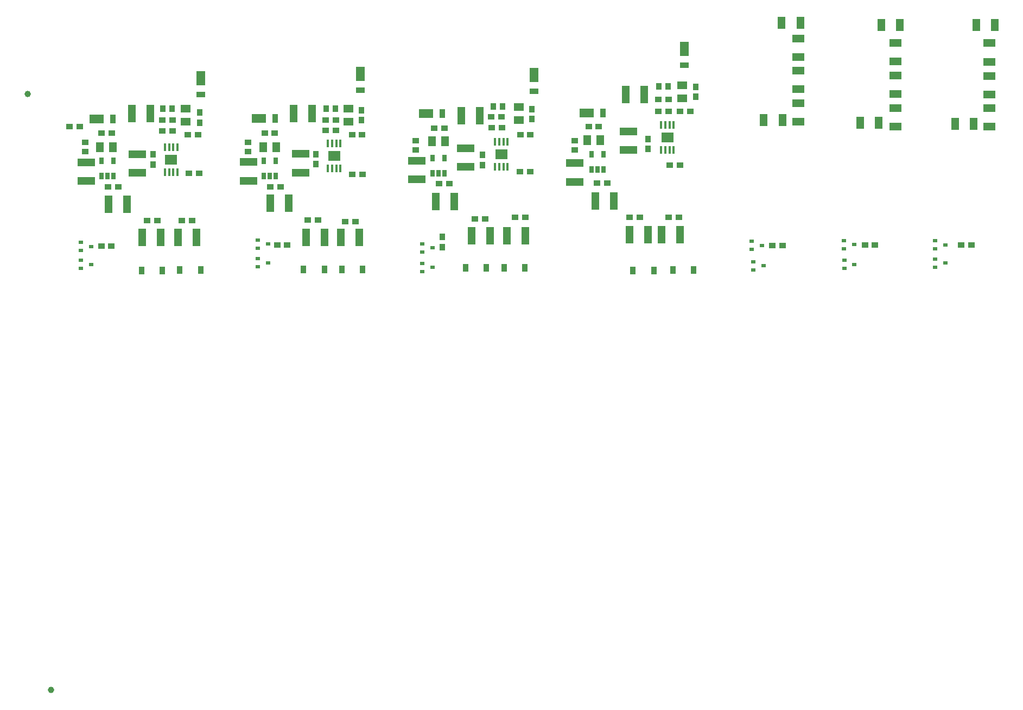
<source format=gbr>
%TF.GenerationSoftware,KiCad,Pcbnew,(5.99.0-10177-gd878cbddbc)*%
%TF.CreationDate,2021-05-19T16:56:41+02:00*%
%TF.ProjectId,PowerMeterDeng,506f7765-724d-4657-9465-7244656e672e,rev?*%
%TF.SameCoordinates,Original*%
%TF.FileFunction,Paste,Bot*%
%TF.FilePolarity,Positive*%
%FSLAX46Y46*%
G04 Gerber Fmt 4.6, Leading zero omitted, Abs format (unit mm)*
G04 Created by KiCad (PCBNEW (5.99.0-10177-gd878cbddbc)) date 2021-05-19 16:56:41*
%MOMM*%
%LPD*%
G01*
G04 APERTURE LIST*
%ADD10R,1.828800X1.295400*%
%ADD11R,0.990600X0.939800*%
%ADD12R,1.295400X1.828800*%
%ADD13R,0.914400X1.219200*%
%ADD14R,0.787400X0.584200*%
%ADD15R,2.692400X1.295400*%
%ADD16R,1.600200X1.270000*%
%ADD17R,1.295400X2.692400*%
%ADD18R,0.635000X1.092200*%
%ADD19R,1.397000X2.184400*%
%ADD20R,1.397000X0.889000*%
%ADD21R,2.184400X1.397000*%
%ADD22R,0.889000X1.397000*%
%ADD23R,0.939800X0.990600*%
%ADD24R,1.270000X1.600200*%
%ADD25R,0.381000X1.270000*%
%ADD26R,1.905000X1.524000*%
%ADD27C,0.990600*%
G04 APERTURE END LIST*
D10*
%TO.C,R67*%
X201101800Y-24841200D03*
X201101800Y-27736800D03*
%TD*%
%TO.C,R90*%
X230870600Y-25577800D03*
X230870600Y-28473400D03*
%TD*%
D11*
%TO.C,C150*%
X93380400Y-48006000D03*
X94955200Y-48006000D03*
%TD*%
D12*
%TO.C,FB9*%
X198485600Y-22402800D03*
X201381200Y-22402800D03*
%TD*%
D13*
%TO.C,D39*%
X123885800Y-60883800D03*
X127137000Y-60883800D03*
%TD*%
D14*
%TO.C,D19*%
X194091400Y-60934600D03*
X194091400Y-59664600D03*
X195666200Y-60299600D03*
%TD*%
D11*
%TO.C,C120*%
X144307400Y-38862000D03*
X145882200Y-38862000D03*
%TD*%
%TO.C,C125*%
X130388200Y-53441600D03*
X131963000Y-53441600D03*
%TD*%
%TO.C,R104*%
X103464200Y-37592000D03*
X101889400Y-37592000D03*
%TD*%
%TO.C,R101*%
X133019800Y-39878000D03*
X131445000Y-39878000D03*
%TD*%
D15*
%TO.C,C121*%
X141538800Y-46786800D03*
X141538800Y-43891200D03*
%TD*%
D13*
%TO.C,D45*%
X98612800Y-61010800D03*
X101864000Y-61010800D03*
%TD*%
D12*
%TO.C,FB11*%
X214055800Y-22783800D03*
X216951400Y-22783800D03*
%TD*%
D14*
%TO.C,D35*%
X142427800Y-58115200D03*
X142427800Y-56845200D03*
X144002600Y-57480200D03*
%TD*%
D11*
%TO.C,R52*%
X197012400Y-57124600D03*
X198587200Y-57124600D03*
%TD*%
D16*
%TO.C,C126*%
X130921600Y-37820600D03*
X130921600Y-35788600D03*
%TD*%
D11*
%TO.C,R103*%
X107416600Y-39878000D03*
X105841800Y-39878000D03*
%TD*%
%TO.C,C109*%
X156880400Y-52705000D03*
X158455200Y-52705000D03*
%TD*%
%TO.C,C118*%
X145069400Y-47498000D03*
X146644200Y-47498000D03*
%TD*%
D10*
%TO.C,R81*%
X216265600Y-35712400D03*
X216265600Y-38608000D03*
%TD*%
D15*
%TO.C,C116*%
X149158800Y-41986200D03*
X149158800Y-44881800D03*
%TD*%
D10*
%TO.C,R91*%
X230921400Y-30683200D03*
X230921400Y-33578800D03*
%TD*%
D17*
%TO.C,C73*%
X179715000Y-55397400D03*
X182610600Y-55397400D03*
%TD*%
D11*
%TO.C,C136*%
X117815200Y-39624000D03*
X119390000Y-39624000D03*
%TD*%
D10*
%TO.C,R68*%
X201076400Y-29845000D03*
X201076400Y-32740600D03*
%TD*%
D11*
%TO.C,C134*%
X118704200Y-47955200D03*
X120279000Y-47955200D03*
%TD*%
D18*
%TO.C,U16*%
X170672600Y-45288200D03*
X169732800Y-45288200D03*
X168793000Y-45288200D03*
X168793000Y-42900600D03*
X170672600Y-42900600D03*
%TD*%
D17*
%TO.C,C82*%
X172323600Y-50190400D03*
X169428000Y-50190400D03*
%TD*%
D19*
%TO.C,D44*%
X107848400Y-31038800D03*
D20*
X107848400Y-33578800D03*
%TD*%
D11*
%TO.C,C140*%
X107594400Y-45872400D03*
X106019600Y-45872400D03*
%TD*%
%TO.C,C80*%
X174787400Y-52730400D03*
X176362200Y-52730400D03*
%TD*%
%TO.C,C74*%
X182585200Y-44602400D03*
X181010400Y-44602400D03*
%TD*%
D17*
%TO.C,C131*%
X122361800Y-36550600D03*
X125257400Y-36550600D03*
%TD*%
D15*
%TO.C,C153*%
X89976800Y-47040800D03*
X89976800Y-44145200D03*
%TD*%
D21*
%TO.C,D46*%
X91592400Y-37388800D03*
D22*
X94132400Y-37388800D03*
%TD*%
D17*
%TO.C,C128*%
X124266800Y-55854600D03*
X127162400Y-55854600D03*
%TD*%
D11*
%TO.C,C141*%
X104937400Y-53213000D03*
X106512200Y-53213000D03*
%TD*%
%TO.C,C127*%
X128915000Y-39217600D03*
X127340200Y-39217600D03*
%TD*%
D23*
%TO.C,C122*%
X132953600Y-36017200D03*
X132953600Y-37592000D03*
%TD*%
D16*
%TO.C,C142*%
X105470800Y-37846000D03*
X105470800Y-35814000D03*
%TD*%
D15*
%TO.C,C81*%
X174558800Y-39344600D03*
X174558800Y-42240200D03*
%TD*%
D17*
%TO.C,C147*%
X97129600Y-36576000D03*
X100025200Y-36576000D03*
%TD*%
D11*
%TO.C,R95*%
X180807200Y-34315400D03*
X179232400Y-34315400D03*
%TD*%
%TO.C,C152*%
X92364400Y-39624000D03*
X93939200Y-39624000D03*
%TD*%
D17*
%TO.C,C149*%
X96377600Y-50673000D03*
X93482000Y-50673000D03*
%TD*%
D24*
%TO.C,C119*%
X145983800Y-40894000D03*
X143951800Y-40894000D03*
%TD*%
D13*
%TO.C,D21*%
X181493000Y-60934600D03*
X184744200Y-60934600D03*
%TD*%
D14*
%TO.C,D41*%
X116748400Y-57531000D03*
X116748400Y-56261000D03*
X118323200Y-56896000D03*
%TD*%
D23*
%TO.C,C114*%
X151825800Y-44602400D03*
X151825800Y-43027600D03*
%TD*%
D12*
%TO.C,FB12*%
X228813200Y-22758400D03*
X231708800Y-22758400D03*
%TD*%
D17*
%TO.C,C123*%
X129727800Y-55854600D03*
X132623400Y-55854600D03*
%TD*%
D23*
%TO.C,FB17*%
X153502200Y-35433000D03*
X154975400Y-35433000D03*
%TD*%
D16*
%TO.C,C72*%
X182940800Y-34188400D03*
X182940800Y-32156400D03*
%TD*%
D14*
%TO.C,D18*%
X208188400Y-57632600D03*
X208188400Y-56362600D03*
X209763200Y-56997600D03*
%TD*%
D10*
%TO.C,R80*%
X216240200Y-30632400D03*
X216240200Y-33528000D03*
%TD*%
D24*
%TO.C,C84*%
X170164600Y-40741600D03*
X168132600Y-40741600D03*
%TD*%
D17*
%TO.C,C139*%
X104277000Y-55880000D03*
X107172600Y-55880000D03*
%TD*%
D23*
%TO.C,C78*%
X177606800Y-42087800D03*
X177606800Y-40513000D03*
%TD*%
D19*
%TO.C,D31*%
X159816800Y-30530800D03*
D20*
X159816800Y-33070800D03*
%TD*%
D14*
%TO.C,D16*%
X222412400Y-60477400D03*
X222412400Y-59207400D03*
X223987200Y-59842400D03*
%TD*%
D11*
%TO.C,C145*%
X99476400Y-53213000D03*
X101051200Y-53213000D03*
%TD*%
%TO.C,FB20*%
X115199000Y-42494200D03*
X115199000Y-41021000D03*
%TD*%
D21*
%TO.C,D24*%
X168056400Y-36474400D03*
D22*
X170596400Y-36474400D03*
%TD*%
D23*
%TO.C,FB21*%
X101940200Y-35814000D03*
X103413400Y-35814000D03*
%TD*%
D11*
%TO.C,FB18*%
X141411800Y-42265600D03*
X141411800Y-40792400D03*
%TD*%
D17*
%TO.C,C144*%
X98689000Y-55880000D03*
X101584600Y-55880000D03*
%TD*%
D18*
%TO.C,U20*%
X145907600Y-45897800D03*
X144967800Y-45897800D03*
X144028000Y-45897800D03*
X144028000Y-43510200D03*
X145907600Y-43510200D03*
%TD*%
D10*
%TO.C,R79*%
X216265600Y-25527000D03*
X216265600Y-28422600D03*
%TD*%
D11*
%TO.C,R105*%
X87401400Y-38608000D03*
X88976200Y-38608000D03*
%TD*%
%TO.C,C107*%
X159217200Y-45593000D03*
X157642400Y-45593000D03*
%TD*%
D10*
%TO.C,R69*%
X201076400Y-34950400D03*
X201076400Y-37846000D03*
%TD*%
D23*
%TO.C,FB19*%
X127391000Y-35788600D03*
X128864200Y-35788600D03*
%TD*%
D15*
%TO.C,C137*%
X115300600Y-47015400D03*
X115300600Y-44119800D03*
%TD*%
D13*
%TO.C,D32*%
X155153200Y-60579000D03*
X158404400Y-60579000D03*
%TD*%
%TO.C,D23*%
X175270000Y-60985400D03*
X178521200Y-60985400D03*
%TD*%
D11*
%TO.C,C129*%
X124546200Y-53187600D03*
X126121000Y-53187600D03*
%TD*%
D12*
%TO.C,R70*%
X198587200Y-37566600D03*
X195691600Y-37566600D03*
%TD*%
D11*
%TO.C,FB22*%
X89849800Y-42519600D03*
X89849800Y-41046400D03*
%TD*%
D14*
%TO.C,D17*%
X208264600Y-60706000D03*
X208264600Y-59436000D03*
X209839400Y-60071000D03*
%TD*%
D11*
%TO.C,C113*%
X150657400Y-52959000D03*
X152232200Y-52959000D03*
%TD*%
D17*
%TO.C,C115*%
X148473000Y-36855400D03*
X151368600Y-36855400D03*
%TD*%
D11*
%TO.C,C83*%
X169707400Y-47396400D03*
X171282200Y-47396400D03*
%TD*%
D23*
%TO.C,FB13*%
X179283200Y-32283400D03*
X180756400Y-32283400D03*
%TD*%
D21*
%TO.C,D34*%
X143002000Y-36525200D03*
D22*
X145542000Y-36525200D03*
%TD*%
D25*
%TO.C,U21*%
X127711200Y-41224200D03*
X128371600Y-41224200D03*
X129006600Y-41224200D03*
X129641600Y-41224200D03*
X129641600Y-45110400D03*
X129006600Y-45110400D03*
X128371600Y-45110400D03*
X127711200Y-45110400D03*
D26*
X128676400Y-43180000D03*
%TD*%
D18*
%TO.C,U22*%
X119542400Y-46278800D03*
X118602600Y-46278800D03*
X117662800Y-46278800D03*
X117662800Y-43891200D03*
X119542400Y-43891200D03*
%TD*%
D27*
%TO.C,FID5*%
X84531200Y-126390400D03*
%TD*%
D11*
%TO.C,C75*%
X180883400Y-52730400D03*
X182458200Y-52730400D03*
%TD*%
D13*
%TO.C,D37*%
X129880200Y-60858400D03*
X133131400Y-60858400D03*
%TD*%
D24*
%TO.C,C151*%
X94167800Y-41783000D03*
X92135800Y-41783000D03*
%TD*%
D11*
%TO.C,C111*%
X154848400Y-38785800D03*
X153273600Y-38785800D03*
%TD*%
D25*
%TO.C,U19*%
X153781600Y-40970200D03*
X154442000Y-40970200D03*
X155077000Y-40970200D03*
X155712000Y-40970200D03*
X155712000Y-44856400D03*
X155077000Y-44856400D03*
X154442000Y-44856400D03*
X153781600Y-44856400D03*
D26*
X154746800Y-42926000D03*
%TD*%
D25*
%TO.C,U23*%
X102260400Y-41833800D03*
X102920800Y-41833800D03*
X103555800Y-41833800D03*
X104190800Y-41833800D03*
X104190800Y-45720000D03*
X103555800Y-45720000D03*
X102920800Y-45720000D03*
X102260400Y-45720000D03*
D26*
X103225600Y-43789600D03*
%TD*%
D17*
%TO.C,C79*%
X174127000Y-33553400D03*
X177022600Y-33553400D03*
%TD*%
D11*
%TO.C,R102*%
X128915000Y-37566600D03*
X127340200Y-37566600D03*
%TD*%
D16*
%TO.C,C110*%
X157439200Y-37566600D03*
X157439200Y-35534600D03*
%TD*%
D23*
%TO.C,C138*%
X107696000Y-36423600D03*
X107696000Y-37998400D03*
%TD*%
D15*
%TO.C,C132*%
X123428600Y-42849800D03*
X123428600Y-45745400D03*
%TD*%
D19*
%TO.C,D38*%
X132791200Y-30378400D03*
D20*
X132791200Y-32918400D03*
%TD*%
D24*
%TO.C,C135*%
X119618600Y-41783000D03*
X117586600Y-41783000D03*
%TD*%
D23*
%TO.C,R47*%
X145577400Y-57378600D03*
X145577400Y-55803800D03*
%TD*%
D27*
%TO.C,FID6*%
X80832800Y-33528000D03*
%TD*%
D13*
%TO.C,D33*%
X149184200Y-60579000D03*
X152435400Y-60579000D03*
%TD*%
D17*
%TO.C,C77*%
X174762000Y-55397400D03*
X177657600Y-55397400D03*
%TD*%
D11*
%TO.C,R44*%
X119771000Y-57073800D03*
X121345800Y-57073800D03*
%TD*%
D19*
%TO.C,D22*%
X183337200Y-26517600D03*
D20*
X183337200Y-29057600D03*
%TD*%
D14*
%TO.C,D47*%
X89189400Y-57912000D03*
X89189400Y-56642000D03*
X90764200Y-57277000D03*
%TD*%
D23*
%TO.C,C106*%
X159496600Y-35864800D03*
X159496600Y-37439600D03*
%TD*%
D17*
%TO.C,C112*%
X150124000Y-55626000D03*
X153019600Y-55626000D03*
%TD*%
%TO.C,C108*%
X155585000Y-55626000D03*
X158480600Y-55626000D03*
%TD*%
%TO.C,C133*%
X121574400Y-50520600D03*
X118678800Y-50520600D03*
%TD*%
D25*
%TO.C,U15*%
X179689600Y-38328600D03*
X180350000Y-38328600D03*
X180985000Y-38328600D03*
X181620000Y-38328600D03*
X181620000Y-42214800D03*
X180985000Y-42214800D03*
X180350000Y-42214800D03*
X179689600Y-42214800D03*
D26*
X180654800Y-40284400D03*
%TD*%
D11*
%TO.C,C143*%
X103464200Y-39243000D03*
X101889400Y-39243000D03*
%TD*%
%TO.C,R99*%
X159268000Y-39827200D03*
X157693200Y-39827200D03*
%TD*%
D23*
%TO.C,C71*%
X185099800Y-32385000D03*
X185099800Y-33959800D03*
%TD*%
D14*
%TO.C,D20*%
X193837400Y-57759600D03*
X193837400Y-56489600D03*
X195412200Y-57124600D03*
%TD*%
D11*
%TO.C,C85*%
X168361200Y-38582600D03*
X169936000Y-38582600D03*
%TD*%
%TO.C,C124*%
X133070600Y-46024800D03*
X131495800Y-46024800D03*
%TD*%
D13*
%TO.C,D43*%
X104581800Y-60960000D03*
X107833000Y-60960000D03*
%TD*%
D14*
%TO.C,D15*%
X222412400Y-57658000D03*
X222412400Y-56388000D03*
X223987200Y-57023000D03*
%TD*%
%TO.C,D36*%
X142402400Y-61163200D03*
X142402400Y-59893200D03*
X143977200Y-60528200D03*
%TD*%
%TO.C,D42*%
X116748400Y-60452000D03*
X116748400Y-59182000D03*
X118323200Y-59817000D03*
%TD*%
D17*
%TO.C,C117*%
X147431600Y-50292000D03*
X144536000Y-50292000D03*
%TD*%
D18*
%TO.C,U24*%
X94218600Y-46278800D03*
X93278800Y-46278800D03*
X92339000Y-46278800D03*
X92339000Y-43891200D03*
X94218600Y-43891200D03*
%TD*%
D11*
%TO.C,C76*%
X179232400Y-36220400D03*
X180807200Y-36220400D03*
%TD*%
D15*
%TO.C,C86*%
X166176800Y-47193200D03*
X166176800Y-44297600D03*
%TD*%
D23*
%TO.C,C146*%
X100390800Y-44475400D03*
X100390800Y-42900600D03*
%TD*%
D11*
%TO.C,R97*%
X211465000Y-57023000D03*
X213039800Y-57023000D03*
%TD*%
D10*
%TO.C,R92*%
X230921400Y-35712400D03*
X230921400Y-38608000D03*
%TD*%
D11*
%TO.C,R107*%
X226476400Y-57048400D03*
X228051200Y-57048400D03*
%TD*%
D15*
%TO.C,C148*%
X97977800Y-42875200D03*
X97977800Y-45770800D03*
%TD*%
D11*
%TO.C,R100*%
X154746800Y-37058600D03*
X153172000Y-37058600D03*
%TD*%
D12*
%TO.C,R93*%
X228422200Y-38201600D03*
X225526600Y-38201600D03*
%TD*%
D14*
%TO.C,D48*%
X89189400Y-60706000D03*
X89189400Y-59436000D03*
X90764200Y-60071000D03*
%TD*%
D21*
%TO.C,D40*%
X116890800Y-37338000D03*
D22*
X119430800Y-37338000D03*
%TD*%
D11*
%TO.C,R94*%
X184236200Y-36220400D03*
X182661400Y-36220400D03*
%TD*%
%TO.C,R39*%
X92339000Y-57251600D03*
X93913800Y-57251600D03*
%TD*%
%TO.C,FB14*%
X166227600Y-42240200D03*
X166227600Y-40767000D03*
%TD*%
D23*
%TO.C,C130*%
X125841600Y-44450000D03*
X125841600Y-42875200D03*
%TD*%
D12*
%TO.C,R82*%
X213624000Y-37998400D03*
X210728400Y-37998400D03*
%TD*%
M02*

</source>
